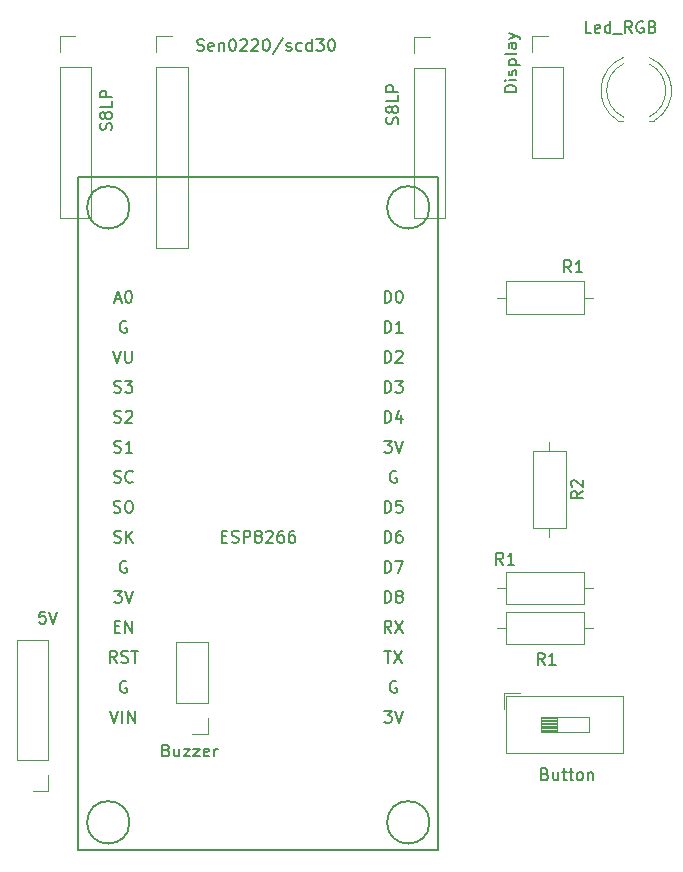
<source format=gbr>
%TF.GenerationSoftware,KiCad,Pcbnew,(5.1.10)-1*%
%TF.CreationDate,2021-10-11T23:46:52-05:00*%
%TF.ProjectId,co2_project,636f325f-7072-46f6-9a65-63742e6b6963,rev?*%
%TF.SameCoordinates,Original*%
%TF.FileFunction,Legend,Top*%
%TF.FilePolarity,Positive*%
%FSLAX46Y46*%
G04 Gerber Fmt 4.6, Leading zero omitted, Abs format (unit mm)*
G04 Created by KiCad (PCBNEW (5.1.10)-1) date 2021-10-11 23:46:52*
%MOMM*%
%LPD*%
G01*
G04 APERTURE LIST*
%ADD10C,0.120000*%
%ADD11C,0.150000*%
G04 APERTURE END LIST*
D10*
%TO.C,S8LP*%
X139770000Y-83380000D02*
X142430000Y-83380000D01*
X139770000Y-70620000D02*
X139770000Y-83380000D01*
X142430000Y-70620000D02*
X142430000Y-83380000D01*
X139770000Y-70620000D02*
X142430000Y-70620000D01*
X139770000Y-69350000D02*
X139770000Y-68020000D01*
X139770000Y-68020000D02*
X141100000Y-68020000D01*
%TO.C,Sen0220/scd30*%
X117970000Y-85870000D02*
X120630000Y-85870000D01*
X117970000Y-70570000D02*
X117970000Y-85870000D01*
X120630000Y-70570000D02*
X120630000Y-85870000D01*
X117970000Y-70570000D02*
X120630000Y-70570000D01*
X117970000Y-69300000D02*
X117970000Y-67970000D01*
X117970000Y-67970000D02*
X119300000Y-67970000D01*
%TO.C,S8LP*%
X109770000Y-67970000D02*
X111100000Y-67970000D01*
X109770000Y-69300000D02*
X109770000Y-67970000D01*
X109770000Y-70570000D02*
X112430000Y-70570000D01*
X112430000Y-70570000D02*
X112430000Y-83330000D01*
X109770000Y-70570000D02*
X109770000Y-83330000D01*
X109770000Y-83330000D02*
X112430000Y-83330000D01*
%TO.C,5V*%
X108830000Y-131880000D02*
X107500000Y-131880000D01*
X108830000Y-130550000D02*
X108830000Y-131880000D01*
X108830000Y-129280000D02*
X106170000Y-129280000D01*
X106170000Y-129280000D02*
X106170000Y-119060000D01*
X108830000Y-129280000D02*
X108830000Y-119060000D01*
X108830000Y-119060000D02*
X106170000Y-119060000D01*
%TO.C,Led_RGB*%
X159680000Y-75121500D02*
X160145000Y-75121500D01*
X157055000Y-75121500D02*
X157520000Y-75121500D01*
X157519173Y-69773685D02*
G75*
G03*
X157055170Y-75121500I1080827J-2787815D01*
G01*
X159680827Y-69773685D02*
G75*
G02*
X160144830Y-75121500I-1080827J-2787815D01*
G01*
X157519571Y-70307021D02*
G75*
G03*
X157520000Y-74816184I1080429J-2254479D01*
G01*
X159680429Y-70307021D02*
G75*
G02*
X159680000Y-74816184I-1080429J-2254479D01*
G01*
%TO.C,R1*%
X154920000Y-118100000D02*
X154150000Y-118100000D01*
X146840000Y-118100000D02*
X147610000Y-118100000D01*
X154150000Y-116730000D02*
X147610000Y-116730000D01*
X154150000Y-119470000D02*
X154150000Y-116730000D01*
X147610000Y-119470000D02*
X154150000Y-119470000D01*
X147610000Y-116730000D02*
X147610000Y-119470000D01*
X147610000Y-113330000D02*
X147610000Y-116070000D01*
X147610000Y-116070000D02*
X154150000Y-116070000D01*
X154150000Y-116070000D02*
X154150000Y-113330000D01*
X154150000Y-113330000D02*
X147610000Y-113330000D01*
X146840000Y-114700000D02*
X147610000Y-114700000D01*
X154920000Y-114700000D02*
X154150000Y-114700000D01*
X154920000Y-90100000D02*
X154150000Y-90100000D01*
X146840000Y-90100000D02*
X147610000Y-90100000D01*
X154150000Y-88730000D02*
X147610000Y-88730000D01*
X154150000Y-91470000D02*
X154150000Y-88730000D01*
X147610000Y-91470000D02*
X154150000Y-91470000D01*
X147610000Y-88730000D02*
X147610000Y-91470000D01*
%TO.C,R2*%
X152620000Y-103060000D02*
X149880000Y-103060000D01*
X149880000Y-103060000D02*
X149880000Y-109600000D01*
X149880000Y-109600000D02*
X152620000Y-109600000D01*
X152620000Y-109600000D02*
X152620000Y-103060000D01*
X151250000Y-102290000D02*
X151250000Y-103060000D01*
X151250000Y-110370000D02*
X151250000Y-109600000D01*
%TO.C,Button*%
X151883333Y-125615000D02*
X151883333Y-126885000D01*
X150530000Y-126815000D02*
X151883333Y-126815000D01*
X150530000Y-126695000D02*
X151883333Y-126695000D01*
X150530000Y-126575000D02*
X151883333Y-126575000D01*
X150530000Y-126455000D02*
X151883333Y-126455000D01*
X150530000Y-126335000D02*
X151883333Y-126335000D01*
X150530000Y-126215000D02*
X151883333Y-126215000D01*
X150530000Y-126095000D02*
X151883333Y-126095000D01*
X150530000Y-125975000D02*
X151883333Y-125975000D01*
X150530000Y-125855000D02*
X151883333Y-125855000D01*
X150530000Y-125735000D02*
X151883333Y-125735000D01*
X154590000Y-125615000D02*
X150530000Y-125615000D01*
X154590000Y-126885000D02*
X154590000Y-125615000D01*
X150530000Y-126885000D02*
X154590000Y-126885000D01*
X150530000Y-125615000D02*
X150530000Y-126885000D01*
X147370000Y-123590000D02*
X147370000Y-124973000D01*
X147370000Y-123590000D02*
X148754000Y-123590000D01*
X157510000Y-123830000D02*
X157510000Y-128670000D01*
X147610000Y-123830000D02*
X147610000Y-128670000D01*
X147610000Y-128670000D02*
X157510000Y-128670000D01*
X147610000Y-123830000D02*
X157510000Y-123830000D01*
%TO.C,Buzzer*%
X122330000Y-127030000D02*
X121000000Y-127030000D01*
X122330000Y-125700000D02*
X122330000Y-127030000D01*
X122330000Y-124430000D02*
X119670000Y-124430000D01*
X119670000Y-124430000D02*
X119670000Y-119290000D01*
X122330000Y-124430000D02*
X122330000Y-119290000D01*
X122330000Y-119290000D02*
X119670000Y-119290000D01*
D11*
%TO.C,ESP8266*%
X141850000Y-136900000D02*
X141850000Y-79900000D01*
X111350000Y-136900000D02*
X141850000Y-136900000D01*
X111350000Y-79900000D02*
X111350000Y-136900000D01*
X111850000Y-79900000D02*
X111350000Y-79900000D01*
X141850000Y-79900000D02*
X111850000Y-79900000D01*
X141096051Y-82460000D02*
G75*
G03*
X141096051Y-82460000I-1796051J0D01*
G01*
X115696051Y-82460000D02*
G75*
G03*
X115696051Y-82460000I-1796051J0D01*
G01*
X115696051Y-134530000D02*
G75*
G03*
X115696051Y-134530000I-1796051J0D01*
G01*
X141096051Y-134530000D02*
G75*
G03*
X141096051Y-134530000I-1796051J0D01*
G01*
D10*
%TO.C,Display*%
X149770000Y-67970000D02*
X151100000Y-67970000D01*
X149770000Y-69300000D02*
X149770000Y-67970000D01*
X149770000Y-70570000D02*
X152430000Y-70570000D01*
X152430000Y-70570000D02*
X152430000Y-78250000D01*
X149770000Y-70570000D02*
X149770000Y-78250000D01*
X149770000Y-78250000D02*
X152430000Y-78250000D01*
%TO.C,S8LP*%
D11*
X138404761Y-75416666D02*
X138452380Y-75273809D01*
X138452380Y-75035714D01*
X138404761Y-74940476D01*
X138357142Y-74892857D01*
X138261904Y-74845238D01*
X138166666Y-74845238D01*
X138071428Y-74892857D01*
X138023809Y-74940476D01*
X137976190Y-75035714D01*
X137928571Y-75226190D01*
X137880952Y-75321428D01*
X137833333Y-75369047D01*
X137738095Y-75416666D01*
X137642857Y-75416666D01*
X137547619Y-75369047D01*
X137500000Y-75321428D01*
X137452380Y-75226190D01*
X137452380Y-74988095D01*
X137500000Y-74845238D01*
X137880952Y-74273809D02*
X137833333Y-74369047D01*
X137785714Y-74416666D01*
X137690476Y-74464285D01*
X137642857Y-74464285D01*
X137547619Y-74416666D01*
X137500000Y-74369047D01*
X137452380Y-74273809D01*
X137452380Y-74083333D01*
X137500000Y-73988095D01*
X137547619Y-73940476D01*
X137642857Y-73892857D01*
X137690476Y-73892857D01*
X137785714Y-73940476D01*
X137833333Y-73988095D01*
X137880952Y-74083333D01*
X137880952Y-74273809D01*
X137928571Y-74369047D01*
X137976190Y-74416666D01*
X138071428Y-74464285D01*
X138261904Y-74464285D01*
X138357142Y-74416666D01*
X138404761Y-74369047D01*
X138452380Y-74273809D01*
X138452380Y-74083333D01*
X138404761Y-73988095D01*
X138357142Y-73940476D01*
X138261904Y-73892857D01*
X138071428Y-73892857D01*
X137976190Y-73940476D01*
X137928571Y-73988095D01*
X137880952Y-74083333D01*
X138452380Y-72988095D02*
X138452380Y-73464285D01*
X137452380Y-73464285D01*
X138452380Y-72654761D02*
X137452380Y-72654761D01*
X137452380Y-72273809D01*
X137500000Y-72178571D01*
X137547619Y-72130952D01*
X137642857Y-72083333D01*
X137785714Y-72083333D01*
X137880952Y-72130952D01*
X137928571Y-72178571D01*
X137976190Y-72273809D01*
X137976190Y-72654761D01*
%TO.C,Sen0220/scd30*%
X121416666Y-69154761D02*
X121559523Y-69202380D01*
X121797619Y-69202380D01*
X121892857Y-69154761D01*
X121940476Y-69107142D01*
X121988095Y-69011904D01*
X121988095Y-68916666D01*
X121940476Y-68821428D01*
X121892857Y-68773809D01*
X121797619Y-68726190D01*
X121607142Y-68678571D01*
X121511904Y-68630952D01*
X121464285Y-68583333D01*
X121416666Y-68488095D01*
X121416666Y-68392857D01*
X121464285Y-68297619D01*
X121511904Y-68250000D01*
X121607142Y-68202380D01*
X121845238Y-68202380D01*
X121988095Y-68250000D01*
X122797619Y-69154761D02*
X122702380Y-69202380D01*
X122511904Y-69202380D01*
X122416666Y-69154761D01*
X122369047Y-69059523D01*
X122369047Y-68678571D01*
X122416666Y-68583333D01*
X122511904Y-68535714D01*
X122702380Y-68535714D01*
X122797619Y-68583333D01*
X122845238Y-68678571D01*
X122845238Y-68773809D01*
X122369047Y-68869047D01*
X123273809Y-68535714D02*
X123273809Y-69202380D01*
X123273809Y-68630952D02*
X123321428Y-68583333D01*
X123416666Y-68535714D01*
X123559523Y-68535714D01*
X123654761Y-68583333D01*
X123702380Y-68678571D01*
X123702380Y-69202380D01*
X124369047Y-68202380D02*
X124464285Y-68202380D01*
X124559523Y-68250000D01*
X124607142Y-68297619D01*
X124654761Y-68392857D01*
X124702380Y-68583333D01*
X124702380Y-68821428D01*
X124654761Y-69011904D01*
X124607142Y-69107142D01*
X124559523Y-69154761D01*
X124464285Y-69202380D01*
X124369047Y-69202380D01*
X124273809Y-69154761D01*
X124226190Y-69107142D01*
X124178571Y-69011904D01*
X124130952Y-68821428D01*
X124130952Y-68583333D01*
X124178571Y-68392857D01*
X124226190Y-68297619D01*
X124273809Y-68250000D01*
X124369047Y-68202380D01*
X125083333Y-68297619D02*
X125130952Y-68250000D01*
X125226190Y-68202380D01*
X125464285Y-68202380D01*
X125559523Y-68250000D01*
X125607142Y-68297619D01*
X125654761Y-68392857D01*
X125654761Y-68488095D01*
X125607142Y-68630952D01*
X125035714Y-69202380D01*
X125654761Y-69202380D01*
X126035714Y-68297619D02*
X126083333Y-68250000D01*
X126178571Y-68202380D01*
X126416666Y-68202380D01*
X126511904Y-68250000D01*
X126559523Y-68297619D01*
X126607142Y-68392857D01*
X126607142Y-68488095D01*
X126559523Y-68630952D01*
X125988095Y-69202380D01*
X126607142Y-69202380D01*
X127226190Y-68202380D02*
X127321428Y-68202380D01*
X127416666Y-68250000D01*
X127464285Y-68297619D01*
X127511904Y-68392857D01*
X127559523Y-68583333D01*
X127559523Y-68821428D01*
X127511904Y-69011904D01*
X127464285Y-69107142D01*
X127416666Y-69154761D01*
X127321428Y-69202380D01*
X127226190Y-69202380D01*
X127130952Y-69154761D01*
X127083333Y-69107142D01*
X127035714Y-69011904D01*
X126988095Y-68821428D01*
X126988095Y-68583333D01*
X127035714Y-68392857D01*
X127083333Y-68297619D01*
X127130952Y-68250000D01*
X127226190Y-68202380D01*
X128702380Y-68154761D02*
X127845238Y-69440476D01*
X128988095Y-69154761D02*
X129083333Y-69202380D01*
X129273809Y-69202380D01*
X129369047Y-69154761D01*
X129416666Y-69059523D01*
X129416666Y-69011904D01*
X129369047Y-68916666D01*
X129273809Y-68869047D01*
X129130952Y-68869047D01*
X129035714Y-68821428D01*
X128988095Y-68726190D01*
X128988095Y-68678571D01*
X129035714Y-68583333D01*
X129130952Y-68535714D01*
X129273809Y-68535714D01*
X129369047Y-68583333D01*
X130273809Y-69154761D02*
X130178571Y-69202380D01*
X129988095Y-69202380D01*
X129892857Y-69154761D01*
X129845238Y-69107142D01*
X129797619Y-69011904D01*
X129797619Y-68726190D01*
X129845238Y-68630952D01*
X129892857Y-68583333D01*
X129988095Y-68535714D01*
X130178571Y-68535714D01*
X130273809Y-68583333D01*
X131130952Y-69202380D02*
X131130952Y-68202380D01*
X131130952Y-69154761D02*
X131035714Y-69202380D01*
X130845238Y-69202380D01*
X130750000Y-69154761D01*
X130702380Y-69107142D01*
X130654761Y-69011904D01*
X130654761Y-68726190D01*
X130702380Y-68630952D01*
X130750000Y-68583333D01*
X130845238Y-68535714D01*
X131035714Y-68535714D01*
X131130952Y-68583333D01*
X131511904Y-68202380D02*
X132130952Y-68202380D01*
X131797619Y-68583333D01*
X131940476Y-68583333D01*
X132035714Y-68630952D01*
X132083333Y-68678571D01*
X132130952Y-68773809D01*
X132130952Y-69011904D01*
X132083333Y-69107142D01*
X132035714Y-69154761D01*
X131940476Y-69202380D01*
X131654761Y-69202380D01*
X131559523Y-69154761D01*
X131511904Y-69107142D01*
X132750000Y-68202380D02*
X132845238Y-68202380D01*
X132940476Y-68250000D01*
X132988095Y-68297619D01*
X133035714Y-68392857D01*
X133083333Y-68583333D01*
X133083333Y-68821428D01*
X133035714Y-69011904D01*
X132988095Y-69107142D01*
X132940476Y-69154761D01*
X132845238Y-69202380D01*
X132750000Y-69202380D01*
X132654761Y-69154761D01*
X132607142Y-69107142D01*
X132559523Y-69011904D01*
X132511904Y-68821428D01*
X132511904Y-68583333D01*
X132559523Y-68392857D01*
X132607142Y-68297619D01*
X132654761Y-68250000D01*
X132750000Y-68202380D01*
%TO.C,S8LP*%
X114154761Y-75916666D02*
X114202380Y-75773809D01*
X114202380Y-75535714D01*
X114154761Y-75440476D01*
X114107142Y-75392857D01*
X114011904Y-75345238D01*
X113916666Y-75345238D01*
X113821428Y-75392857D01*
X113773809Y-75440476D01*
X113726190Y-75535714D01*
X113678571Y-75726190D01*
X113630952Y-75821428D01*
X113583333Y-75869047D01*
X113488095Y-75916666D01*
X113392857Y-75916666D01*
X113297619Y-75869047D01*
X113250000Y-75821428D01*
X113202380Y-75726190D01*
X113202380Y-75488095D01*
X113250000Y-75345238D01*
X113630952Y-74773809D02*
X113583333Y-74869047D01*
X113535714Y-74916666D01*
X113440476Y-74964285D01*
X113392857Y-74964285D01*
X113297619Y-74916666D01*
X113250000Y-74869047D01*
X113202380Y-74773809D01*
X113202380Y-74583333D01*
X113250000Y-74488095D01*
X113297619Y-74440476D01*
X113392857Y-74392857D01*
X113440476Y-74392857D01*
X113535714Y-74440476D01*
X113583333Y-74488095D01*
X113630952Y-74583333D01*
X113630952Y-74773809D01*
X113678571Y-74869047D01*
X113726190Y-74916666D01*
X113821428Y-74964285D01*
X114011904Y-74964285D01*
X114107142Y-74916666D01*
X114154761Y-74869047D01*
X114202380Y-74773809D01*
X114202380Y-74583333D01*
X114154761Y-74488095D01*
X114107142Y-74440476D01*
X114011904Y-74392857D01*
X113821428Y-74392857D01*
X113726190Y-74440476D01*
X113678571Y-74488095D01*
X113630952Y-74583333D01*
X114202380Y-73488095D02*
X114202380Y-73964285D01*
X113202380Y-73964285D01*
X114202380Y-73154761D02*
X113202380Y-73154761D01*
X113202380Y-72773809D01*
X113250000Y-72678571D01*
X113297619Y-72630952D01*
X113392857Y-72583333D01*
X113535714Y-72583333D01*
X113630952Y-72630952D01*
X113678571Y-72678571D01*
X113726190Y-72773809D01*
X113726190Y-73154761D01*
%TO.C,5V*%
X108559523Y-116702380D02*
X108083333Y-116702380D01*
X108035714Y-117178571D01*
X108083333Y-117130952D01*
X108178571Y-117083333D01*
X108416666Y-117083333D01*
X108511904Y-117130952D01*
X108559523Y-117178571D01*
X108607142Y-117273809D01*
X108607142Y-117511904D01*
X108559523Y-117607142D01*
X108511904Y-117654761D01*
X108416666Y-117702380D01*
X108178571Y-117702380D01*
X108083333Y-117654761D01*
X108035714Y-117607142D01*
X108892857Y-116702380D02*
X109226190Y-117702380D01*
X109559523Y-116702380D01*
%TO.C,*%
%TO.C,Led_RGB*%
X154797619Y-67702380D02*
X154321428Y-67702380D01*
X154321428Y-66702380D01*
X155511904Y-67654761D02*
X155416666Y-67702380D01*
X155226190Y-67702380D01*
X155130952Y-67654761D01*
X155083333Y-67559523D01*
X155083333Y-67178571D01*
X155130952Y-67083333D01*
X155226190Y-67035714D01*
X155416666Y-67035714D01*
X155511904Y-67083333D01*
X155559523Y-67178571D01*
X155559523Y-67273809D01*
X155083333Y-67369047D01*
X156416666Y-67702380D02*
X156416666Y-66702380D01*
X156416666Y-67654761D02*
X156321428Y-67702380D01*
X156130952Y-67702380D01*
X156035714Y-67654761D01*
X155988095Y-67607142D01*
X155940476Y-67511904D01*
X155940476Y-67226190D01*
X155988095Y-67130952D01*
X156035714Y-67083333D01*
X156130952Y-67035714D01*
X156321428Y-67035714D01*
X156416666Y-67083333D01*
X156654761Y-67797619D02*
X157416666Y-67797619D01*
X158226190Y-67702380D02*
X157892857Y-67226190D01*
X157654761Y-67702380D02*
X157654761Y-66702380D01*
X158035714Y-66702380D01*
X158130952Y-66750000D01*
X158178571Y-66797619D01*
X158226190Y-66892857D01*
X158226190Y-67035714D01*
X158178571Y-67130952D01*
X158130952Y-67178571D01*
X158035714Y-67226190D01*
X157654761Y-67226190D01*
X159178571Y-66750000D02*
X159083333Y-66702380D01*
X158940476Y-66702380D01*
X158797619Y-66750000D01*
X158702380Y-66845238D01*
X158654761Y-66940476D01*
X158607142Y-67130952D01*
X158607142Y-67273809D01*
X158654761Y-67464285D01*
X158702380Y-67559523D01*
X158797619Y-67654761D01*
X158940476Y-67702380D01*
X159035714Y-67702380D01*
X159178571Y-67654761D01*
X159226190Y-67607142D01*
X159226190Y-67273809D01*
X159035714Y-67273809D01*
X159988095Y-67178571D02*
X160130952Y-67226190D01*
X160178571Y-67273809D01*
X160226190Y-67369047D01*
X160226190Y-67511904D01*
X160178571Y-67607142D01*
X160130952Y-67654761D01*
X160035714Y-67702380D01*
X159654761Y-67702380D01*
X159654761Y-66702380D01*
X159988095Y-66702380D01*
X160083333Y-66750000D01*
X160130952Y-66797619D01*
X160178571Y-66892857D01*
X160178571Y-66988095D01*
X160130952Y-67083333D01*
X160083333Y-67130952D01*
X159988095Y-67178571D01*
X159654761Y-67178571D01*
%TO.C,R1*%
X150833333Y-121202380D02*
X150500000Y-120726190D01*
X150261904Y-121202380D02*
X150261904Y-120202380D01*
X150642857Y-120202380D01*
X150738095Y-120250000D01*
X150785714Y-120297619D01*
X150833333Y-120392857D01*
X150833333Y-120535714D01*
X150785714Y-120630952D01*
X150738095Y-120678571D01*
X150642857Y-120726190D01*
X150261904Y-120726190D01*
X151785714Y-121202380D02*
X151214285Y-121202380D01*
X151500000Y-121202380D02*
X151500000Y-120202380D01*
X151404761Y-120345238D01*
X151309523Y-120440476D01*
X151214285Y-120488095D01*
X147333333Y-112702380D02*
X147000000Y-112226190D01*
X146761904Y-112702380D02*
X146761904Y-111702380D01*
X147142857Y-111702380D01*
X147238095Y-111750000D01*
X147285714Y-111797619D01*
X147333333Y-111892857D01*
X147333333Y-112035714D01*
X147285714Y-112130952D01*
X147238095Y-112178571D01*
X147142857Y-112226190D01*
X146761904Y-112226190D01*
X148285714Y-112702380D02*
X147714285Y-112702380D01*
X148000000Y-112702380D02*
X148000000Y-111702380D01*
X147904761Y-111845238D01*
X147809523Y-111940476D01*
X147714285Y-111988095D01*
X153083333Y-87952380D02*
X152750000Y-87476190D01*
X152511904Y-87952380D02*
X152511904Y-86952380D01*
X152892857Y-86952380D01*
X152988095Y-87000000D01*
X153035714Y-87047619D01*
X153083333Y-87142857D01*
X153083333Y-87285714D01*
X153035714Y-87380952D01*
X152988095Y-87428571D01*
X152892857Y-87476190D01*
X152511904Y-87476190D01*
X154035714Y-87952380D02*
X153464285Y-87952380D01*
X153750000Y-87952380D02*
X153750000Y-86952380D01*
X153654761Y-87095238D01*
X153559523Y-87190476D01*
X153464285Y-87238095D01*
%TO.C,R2*%
X154072380Y-106496666D02*
X153596190Y-106830000D01*
X154072380Y-107068095D02*
X153072380Y-107068095D01*
X153072380Y-106687142D01*
X153120000Y-106591904D01*
X153167619Y-106544285D01*
X153262857Y-106496666D01*
X153405714Y-106496666D01*
X153500952Y-106544285D01*
X153548571Y-106591904D01*
X153596190Y-106687142D01*
X153596190Y-107068095D01*
X153167619Y-106115714D02*
X153120000Y-106068095D01*
X153072380Y-105972857D01*
X153072380Y-105734761D01*
X153120000Y-105639523D01*
X153167619Y-105591904D01*
X153262857Y-105544285D01*
X153358095Y-105544285D01*
X153500952Y-105591904D01*
X154072380Y-106163333D01*
X154072380Y-105544285D01*
%TO.C,Button*%
X150892857Y-130428571D02*
X151035714Y-130476190D01*
X151083333Y-130523809D01*
X151130952Y-130619047D01*
X151130952Y-130761904D01*
X151083333Y-130857142D01*
X151035714Y-130904761D01*
X150940476Y-130952380D01*
X150559523Y-130952380D01*
X150559523Y-129952380D01*
X150892857Y-129952380D01*
X150988095Y-130000000D01*
X151035714Y-130047619D01*
X151083333Y-130142857D01*
X151083333Y-130238095D01*
X151035714Y-130333333D01*
X150988095Y-130380952D01*
X150892857Y-130428571D01*
X150559523Y-130428571D01*
X151988095Y-130285714D02*
X151988095Y-130952380D01*
X151559523Y-130285714D02*
X151559523Y-130809523D01*
X151607142Y-130904761D01*
X151702380Y-130952380D01*
X151845238Y-130952380D01*
X151940476Y-130904761D01*
X151988095Y-130857142D01*
X152321428Y-130285714D02*
X152702380Y-130285714D01*
X152464285Y-129952380D02*
X152464285Y-130809523D01*
X152511904Y-130904761D01*
X152607142Y-130952380D01*
X152702380Y-130952380D01*
X152892857Y-130285714D02*
X153273809Y-130285714D01*
X153035714Y-129952380D02*
X153035714Y-130809523D01*
X153083333Y-130904761D01*
X153178571Y-130952380D01*
X153273809Y-130952380D01*
X153750000Y-130952380D02*
X153654761Y-130904761D01*
X153607142Y-130857142D01*
X153559523Y-130761904D01*
X153559523Y-130476190D01*
X153607142Y-130380952D01*
X153654761Y-130333333D01*
X153750000Y-130285714D01*
X153892857Y-130285714D01*
X153988095Y-130333333D01*
X154035714Y-130380952D01*
X154083333Y-130476190D01*
X154083333Y-130761904D01*
X154035714Y-130857142D01*
X153988095Y-130904761D01*
X153892857Y-130952380D01*
X153750000Y-130952380D01*
X154511904Y-130285714D02*
X154511904Y-130952380D01*
X154511904Y-130380952D02*
X154559523Y-130333333D01*
X154654761Y-130285714D01*
X154797619Y-130285714D01*
X154892857Y-130333333D01*
X154940476Y-130428571D01*
X154940476Y-130952380D01*
%TO.C,Buzzer*%
X118821428Y-128428571D02*
X118964285Y-128476190D01*
X119011904Y-128523809D01*
X119059523Y-128619047D01*
X119059523Y-128761904D01*
X119011904Y-128857142D01*
X118964285Y-128904761D01*
X118869047Y-128952380D01*
X118488095Y-128952380D01*
X118488095Y-127952380D01*
X118821428Y-127952380D01*
X118916666Y-128000000D01*
X118964285Y-128047619D01*
X119011904Y-128142857D01*
X119011904Y-128238095D01*
X118964285Y-128333333D01*
X118916666Y-128380952D01*
X118821428Y-128428571D01*
X118488095Y-128428571D01*
X119916666Y-128285714D02*
X119916666Y-128952380D01*
X119488095Y-128285714D02*
X119488095Y-128809523D01*
X119535714Y-128904761D01*
X119630952Y-128952380D01*
X119773809Y-128952380D01*
X119869047Y-128904761D01*
X119916666Y-128857142D01*
X120297619Y-128285714D02*
X120821428Y-128285714D01*
X120297619Y-128952380D01*
X120821428Y-128952380D01*
X121107142Y-128285714D02*
X121630952Y-128285714D01*
X121107142Y-128952380D01*
X121630952Y-128952380D01*
X122392857Y-128904761D02*
X122297619Y-128952380D01*
X122107142Y-128952380D01*
X122011904Y-128904761D01*
X121964285Y-128809523D01*
X121964285Y-128428571D01*
X122011904Y-128333333D01*
X122107142Y-128285714D01*
X122297619Y-128285714D01*
X122392857Y-128333333D01*
X122440476Y-128428571D01*
X122440476Y-128523809D01*
X121964285Y-128619047D01*
X122869047Y-128952380D02*
X122869047Y-128285714D01*
X122869047Y-128476190D02*
X122916666Y-128380952D01*
X122964285Y-128333333D01*
X123059523Y-128285714D01*
X123154761Y-128285714D01*
%TO.C,ESP8266*%
X123504761Y-110328571D02*
X123838095Y-110328571D01*
X123980952Y-110852380D02*
X123504761Y-110852380D01*
X123504761Y-109852380D01*
X123980952Y-109852380D01*
X124361904Y-110804761D02*
X124504761Y-110852380D01*
X124742857Y-110852380D01*
X124838095Y-110804761D01*
X124885714Y-110757142D01*
X124933333Y-110661904D01*
X124933333Y-110566666D01*
X124885714Y-110471428D01*
X124838095Y-110423809D01*
X124742857Y-110376190D01*
X124552380Y-110328571D01*
X124457142Y-110280952D01*
X124409523Y-110233333D01*
X124361904Y-110138095D01*
X124361904Y-110042857D01*
X124409523Y-109947619D01*
X124457142Y-109900000D01*
X124552380Y-109852380D01*
X124790476Y-109852380D01*
X124933333Y-109900000D01*
X125361904Y-110852380D02*
X125361904Y-109852380D01*
X125742857Y-109852380D01*
X125838095Y-109900000D01*
X125885714Y-109947619D01*
X125933333Y-110042857D01*
X125933333Y-110185714D01*
X125885714Y-110280952D01*
X125838095Y-110328571D01*
X125742857Y-110376190D01*
X125361904Y-110376190D01*
X126504761Y-110280952D02*
X126409523Y-110233333D01*
X126361904Y-110185714D01*
X126314285Y-110090476D01*
X126314285Y-110042857D01*
X126361904Y-109947619D01*
X126409523Y-109900000D01*
X126504761Y-109852380D01*
X126695238Y-109852380D01*
X126790476Y-109900000D01*
X126838095Y-109947619D01*
X126885714Y-110042857D01*
X126885714Y-110090476D01*
X126838095Y-110185714D01*
X126790476Y-110233333D01*
X126695238Y-110280952D01*
X126504761Y-110280952D01*
X126409523Y-110328571D01*
X126361904Y-110376190D01*
X126314285Y-110471428D01*
X126314285Y-110661904D01*
X126361904Y-110757142D01*
X126409523Y-110804761D01*
X126504761Y-110852380D01*
X126695238Y-110852380D01*
X126790476Y-110804761D01*
X126838095Y-110757142D01*
X126885714Y-110661904D01*
X126885714Y-110471428D01*
X126838095Y-110376190D01*
X126790476Y-110328571D01*
X126695238Y-110280952D01*
X127266666Y-109947619D02*
X127314285Y-109900000D01*
X127409523Y-109852380D01*
X127647619Y-109852380D01*
X127742857Y-109900000D01*
X127790476Y-109947619D01*
X127838095Y-110042857D01*
X127838095Y-110138095D01*
X127790476Y-110280952D01*
X127219047Y-110852380D01*
X127838095Y-110852380D01*
X128695238Y-109852380D02*
X128504761Y-109852380D01*
X128409523Y-109900000D01*
X128361904Y-109947619D01*
X128266666Y-110090476D01*
X128219047Y-110280952D01*
X128219047Y-110661904D01*
X128266666Y-110757142D01*
X128314285Y-110804761D01*
X128409523Y-110852380D01*
X128600000Y-110852380D01*
X128695238Y-110804761D01*
X128742857Y-110757142D01*
X128790476Y-110661904D01*
X128790476Y-110423809D01*
X128742857Y-110328571D01*
X128695238Y-110280952D01*
X128600000Y-110233333D01*
X128409523Y-110233333D01*
X128314285Y-110280952D01*
X128266666Y-110328571D01*
X128219047Y-110423809D01*
X129647619Y-109852380D02*
X129457142Y-109852380D01*
X129361904Y-109900000D01*
X129314285Y-109947619D01*
X129219047Y-110090476D01*
X129171428Y-110280952D01*
X129171428Y-110661904D01*
X129219047Y-110757142D01*
X129266666Y-110804761D01*
X129361904Y-110852380D01*
X129552380Y-110852380D01*
X129647619Y-110804761D01*
X129695238Y-110757142D01*
X129742857Y-110661904D01*
X129742857Y-110423809D01*
X129695238Y-110328571D01*
X129647619Y-110280952D01*
X129552380Y-110233333D01*
X129361904Y-110233333D01*
X129266666Y-110280952D01*
X129219047Y-110328571D01*
X129171428Y-110423809D01*
X114074761Y-125092380D02*
X114408095Y-126092380D01*
X114741428Y-125092380D01*
X115074761Y-126092380D02*
X115074761Y-125092380D01*
X115550952Y-126092380D02*
X115550952Y-125092380D01*
X116122380Y-126092380D01*
X116122380Y-125092380D01*
X115431904Y-122600000D02*
X115336666Y-122552380D01*
X115193809Y-122552380D01*
X115050952Y-122600000D01*
X114955714Y-122695238D01*
X114908095Y-122790476D01*
X114860476Y-122980952D01*
X114860476Y-123123809D01*
X114908095Y-123314285D01*
X114955714Y-123409523D01*
X115050952Y-123504761D01*
X115193809Y-123552380D01*
X115289047Y-123552380D01*
X115431904Y-123504761D01*
X115479523Y-123457142D01*
X115479523Y-123123809D01*
X115289047Y-123123809D01*
X114622380Y-121012380D02*
X114289047Y-120536190D01*
X114050952Y-121012380D02*
X114050952Y-120012380D01*
X114431904Y-120012380D01*
X114527142Y-120060000D01*
X114574761Y-120107619D01*
X114622380Y-120202857D01*
X114622380Y-120345714D01*
X114574761Y-120440952D01*
X114527142Y-120488571D01*
X114431904Y-120536190D01*
X114050952Y-120536190D01*
X115003333Y-120964761D02*
X115146190Y-121012380D01*
X115384285Y-121012380D01*
X115479523Y-120964761D01*
X115527142Y-120917142D01*
X115574761Y-120821904D01*
X115574761Y-120726666D01*
X115527142Y-120631428D01*
X115479523Y-120583809D01*
X115384285Y-120536190D01*
X115193809Y-120488571D01*
X115098571Y-120440952D01*
X115050952Y-120393333D01*
X115003333Y-120298095D01*
X115003333Y-120202857D01*
X115050952Y-120107619D01*
X115098571Y-120060000D01*
X115193809Y-120012380D01*
X115431904Y-120012380D01*
X115574761Y-120060000D01*
X115860476Y-120012380D02*
X116431904Y-120012380D01*
X116146190Y-121012380D02*
X116146190Y-120012380D01*
X114431904Y-117948571D02*
X114765238Y-117948571D01*
X114908095Y-118472380D02*
X114431904Y-118472380D01*
X114431904Y-117472380D01*
X114908095Y-117472380D01*
X115336666Y-118472380D02*
X115336666Y-117472380D01*
X115908095Y-118472380D01*
X115908095Y-117472380D01*
X114408095Y-114932380D02*
X115027142Y-114932380D01*
X114693809Y-115313333D01*
X114836666Y-115313333D01*
X114931904Y-115360952D01*
X114979523Y-115408571D01*
X115027142Y-115503809D01*
X115027142Y-115741904D01*
X114979523Y-115837142D01*
X114931904Y-115884761D01*
X114836666Y-115932380D01*
X114550952Y-115932380D01*
X114455714Y-115884761D01*
X114408095Y-115837142D01*
X115312857Y-114932380D02*
X115646190Y-115932380D01*
X115979523Y-114932380D01*
X115431904Y-112440000D02*
X115336666Y-112392380D01*
X115193809Y-112392380D01*
X115050952Y-112440000D01*
X114955714Y-112535238D01*
X114908095Y-112630476D01*
X114860476Y-112820952D01*
X114860476Y-112963809D01*
X114908095Y-113154285D01*
X114955714Y-113249523D01*
X115050952Y-113344761D01*
X115193809Y-113392380D01*
X115289047Y-113392380D01*
X115431904Y-113344761D01*
X115479523Y-113297142D01*
X115479523Y-112963809D01*
X115289047Y-112963809D01*
X114384285Y-110804761D02*
X114527142Y-110852380D01*
X114765238Y-110852380D01*
X114860476Y-110804761D01*
X114908095Y-110757142D01*
X114955714Y-110661904D01*
X114955714Y-110566666D01*
X114908095Y-110471428D01*
X114860476Y-110423809D01*
X114765238Y-110376190D01*
X114574761Y-110328571D01*
X114479523Y-110280952D01*
X114431904Y-110233333D01*
X114384285Y-110138095D01*
X114384285Y-110042857D01*
X114431904Y-109947619D01*
X114479523Y-109900000D01*
X114574761Y-109852380D01*
X114812857Y-109852380D01*
X114955714Y-109900000D01*
X115384285Y-110852380D02*
X115384285Y-109852380D01*
X115955714Y-110852380D02*
X115527142Y-110280952D01*
X115955714Y-109852380D02*
X115384285Y-110423809D01*
X114360476Y-108264761D02*
X114503333Y-108312380D01*
X114741428Y-108312380D01*
X114836666Y-108264761D01*
X114884285Y-108217142D01*
X114931904Y-108121904D01*
X114931904Y-108026666D01*
X114884285Y-107931428D01*
X114836666Y-107883809D01*
X114741428Y-107836190D01*
X114550952Y-107788571D01*
X114455714Y-107740952D01*
X114408095Y-107693333D01*
X114360476Y-107598095D01*
X114360476Y-107502857D01*
X114408095Y-107407619D01*
X114455714Y-107360000D01*
X114550952Y-107312380D01*
X114789047Y-107312380D01*
X114931904Y-107360000D01*
X115550952Y-107312380D02*
X115741428Y-107312380D01*
X115836666Y-107360000D01*
X115931904Y-107455238D01*
X115979523Y-107645714D01*
X115979523Y-107979047D01*
X115931904Y-108169523D01*
X115836666Y-108264761D01*
X115741428Y-108312380D01*
X115550952Y-108312380D01*
X115455714Y-108264761D01*
X115360476Y-108169523D01*
X115312857Y-107979047D01*
X115312857Y-107645714D01*
X115360476Y-107455238D01*
X115455714Y-107360000D01*
X115550952Y-107312380D01*
X114384285Y-105724761D02*
X114527142Y-105772380D01*
X114765238Y-105772380D01*
X114860476Y-105724761D01*
X114908095Y-105677142D01*
X114955714Y-105581904D01*
X114955714Y-105486666D01*
X114908095Y-105391428D01*
X114860476Y-105343809D01*
X114765238Y-105296190D01*
X114574761Y-105248571D01*
X114479523Y-105200952D01*
X114431904Y-105153333D01*
X114384285Y-105058095D01*
X114384285Y-104962857D01*
X114431904Y-104867619D01*
X114479523Y-104820000D01*
X114574761Y-104772380D01*
X114812857Y-104772380D01*
X114955714Y-104820000D01*
X115955714Y-105677142D02*
X115908095Y-105724761D01*
X115765238Y-105772380D01*
X115670000Y-105772380D01*
X115527142Y-105724761D01*
X115431904Y-105629523D01*
X115384285Y-105534285D01*
X115336666Y-105343809D01*
X115336666Y-105200952D01*
X115384285Y-105010476D01*
X115431904Y-104915238D01*
X115527142Y-104820000D01*
X115670000Y-104772380D01*
X115765238Y-104772380D01*
X115908095Y-104820000D01*
X115955714Y-104867619D01*
X114408095Y-103184761D02*
X114550952Y-103232380D01*
X114789047Y-103232380D01*
X114884285Y-103184761D01*
X114931904Y-103137142D01*
X114979523Y-103041904D01*
X114979523Y-102946666D01*
X114931904Y-102851428D01*
X114884285Y-102803809D01*
X114789047Y-102756190D01*
X114598571Y-102708571D01*
X114503333Y-102660952D01*
X114455714Y-102613333D01*
X114408095Y-102518095D01*
X114408095Y-102422857D01*
X114455714Y-102327619D01*
X114503333Y-102280000D01*
X114598571Y-102232380D01*
X114836666Y-102232380D01*
X114979523Y-102280000D01*
X115931904Y-103232380D02*
X115360476Y-103232380D01*
X115646190Y-103232380D02*
X115646190Y-102232380D01*
X115550952Y-102375238D01*
X115455714Y-102470476D01*
X115360476Y-102518095D01*
X114408095Y-100644761D02*
X114550952Y-100692380D01*
X114789047Y-100692380D01*
X114884285Y-100644761D01*
X114931904Y-100597142D01*
X114979523Y-100501904D01*
X114979523Y-100406666D01*
X114931904Y-100311428D01*
X114884285Y-100263809D01*
X114789047Y-100216190D01*
X114598571Y-100168571D01*
X114503333Y-100120952D01*
X114455714Y-100073333D01*
X114408095Y-99978095D01*
X114408095Y-99882857D01*
X114455714Y-99787619D01*
X114503333Y-99740000D01*
X114598571Y-99692380D01*
X114836666Y-99692380D01*
X114979523Y-99740000D01*
X115360476Y-99787619D02*
X115408095Y-99740000D01*
X115503333Y-99692380D01*
X115741428Y-99692380D01*
X115836666Y-99740000D01*
X115884285Y-99787619D01*
X115931904Y-99882857D01*
X115931904Y-99978095D01*
X115884285Y-100120952D01*
X115312857Y-100692380D01*
X115931904Y-100692380D01*
X114408095Y-98104761D02*
X114550952Y-98152380D01*
X114789047Y-98152380D01*
X114884285Y-98104761D01*
X114931904Y-98057142D01*
X114979523Y-97961904D01*
X114979523Y-97866666D01*
X114931904Y-97771428D01*
X114884285Y-97723809D01*
X114789047Y-97676190D01*
X114598571Y-97628571D01*
X114503333Y-97580952D01*
X114455714Y-97533333D01*
X114408095Y-97438095D01*
X114408095Y-97342857D01*
X114455714Y-97247619D01*
X114503333Y-97200000D01*
X114598571Y-97152380D01*
X114836666Y-97152380D01*
X114979523Y-97200000D01*
X115312857Y-97152380D02*
X115931904Y-97152380D01*
X115598571Y-97533333D01*
X115741428Y-97533333D01*
X115836666Y-97580952D01*
X115884285Y-97628571D01*
X115931904Y-97723809D01*
X115931904Y-97961904D01*
X115884285Y-98057142D01*
X115836666Y-98104761D01*
X115741428Y-98152380D01*
X115455714Y-98152380D01*
X115360476Y-98104761D01*
X115312857Y-98057142D01*
X114312857Y-94612380D02*
X114646190Y-95612380D01*
X114979523Y-94612380D01*
X115312857Y-94612380D02*
X115312857Y-95421904D01*
X115360476Y-95517142D01*
X115408095Y-95564761D01*
X115503333Y-95612380D01*
X115693809Y-95612380D01*
X115789047Y-95564761D01*
X115836666Y-95517142D01*
X115884285Y-95421904D01*
X115884285Y-94612380D01*
X115431904Y-92120000D02*
X115336666Y-92072380D01*
X115193809Y-92072380D01*
X115050952Y-92120000D01*
X114955714Y-92215238D01*
X114908095Y-92310476D01*
X114860476Y-92500952D01*
X114860476Y-92643809D01*
X114908095Y-92834285D01*
X114955714Y-92929523D01*
X115050952Y-93024761D01*
X115193809Y-93072380D01*
X115289047Y-93072380D01*
X115431904Y-93024761D01*
X115479523Y-92977142D01*
X115479523Y-92643809D01*
X115289047Y-92643809D01*
X114455714Y-90246666D02*
X114931904Y-90246666D01*
X114360476Y-90532380D02*
X114693809Y-89532380D01*
X115027142Y-90532380D01*
X115550952Y-89532380D02*
X115646190Y-89532380D01*
X115741428Y-89580000D01*
X115789047Y-89627619D01*
X115836666Y-89722857D01*
X115884285Y-89913333D01*
X115884285Y-90151428D01*
X115836666Y-90341904D01*
X115789047Y-90437142D01*
X115741428Y-90484761D01*
X115646190Y-90532380D01*
X115550952Y-90532380D01*
X115455714Y-90484761D01*
X115408095Y-90437142D01*
X115360476Y-90341904D01*
X115312857Y-90151428D01*
X115312857Y-89913333D01*
X115360476Y-89722857D01*
X115408095Y-89627619D01*
X115455714Y-89580000D01*
X115550952Y-89532380D01*
X137268095Y-125092380D02*
X137887142Y-125092380D01*
X137553809Y-125473333D01*
X137696666Y-125473333D01*
X137791904Y-125520952D01*
X137839523Y-125568571D01*
X137887142Y-125663809D01*
X137887142Y-125901904D01*
X137839523Y-125997142D01*
X137791904Y-126044761D01*
X137696666Y-126092380D01*
X137410952Y-126092380D01*
X137315714Y-126044761D01*
X137268095Y-125997142D01*
X138172857Y-125092380D02*
X138506190Y-126092380D01*
X138839523Y-125092380D01*
X138291904Y-122600000D02*
X138196666Y-122552380D01*
X138053809Y-122552380D01*
X137910952Y-122600000D01*
X137815714Y-122695238D01*
X137768095Y-122790476D01*
X137720476Y-122980952D01*
X137720476Y-123123809D01*
X137768095Y-123314285D01*
X137815714Y-123409523D01*
X137910952Y-123504761D01*
X138053809Y-123552380D01*
X138149047Y-123552380D01*
X138291904Y-123504761D01*
X138339523Y-123457142D01*
X138339523Y-123123809D01*
X138149047Y-123123809D01*
X137268095Y-120012380D02*
X137839523Y-120012380D01*
X137553809Y-121012380D02*
X137553809Y-120012380D01*
X138077619Y-120012380D02*
X138744285Y-121012380D01*
X138744285Y-120012380D02*
X138077619Y-121012380D01*
X137863333Y-118472380D02*
X137530000Y-117996190D01*
X137291904Y-118472380D02*
X137291904Y-117472380D01*
X137672857Y-117472380D01*
X137768095Y-117520000D01*
X137815714Y-117567619D01*
X137863333Y-117662857D01*
X137863333Y-117805714D01*
X137815714Y-117900952D01*
X137768095Y-117948571D01*
X137672857Y-117996190D01*
X137291904Y-117996190D01*
X138196666Y-117472380D02*
X138863333Y-118472380D01*
X138863333Y-117472380D02*
X138196666Y-118472380D01*
X137291904Y-115932380D02*
X137291904Y-114932380D01*
X137530000Y-114932380D01*
X137672857Y-114980000D01*
X137768095Y-115075238D01*
X137815714Y-115170476D01*
X137863333Y-115360952D01*
X137863333Y-115503809D01*
X137815714Y-115694285D01*
X137768095Y-115789523D01*
X137672857Y-115884761D01*
X137530000Y-115932380D01*
X137291904Y-115932380D01*
X138434761Y-115360952D02*
X138339523Y-115313333D01*
X138291904Y-115265714D01*
X138244285Y-115170476D01*
X138244285Y-115122857D01*
X138291904Y-115027619D01*
X138339523Y-114980000D01*
X138434761Y-114932380D01*
X138625238Y-114932380D01*
X138720476Y-114980000D01*
X138768095Y-115027619D01*
X138815714Y-115122857D01*
X138815714Y-115170476D01*
X138768095Y-115265714D01*
X138720476Y-115313333D01*
X138625238Y-115360952D01*
X138434761Y-115360952D01*
X138339523Y-115408571D01*
X138291904Y-115456190D01*
X138244285Y-115551428D01*
X138244285Y-115741904D01*
X138291904Y-115837142D01*
X138339523Y-115884761D01*
X138434761Y-115932380D01*
X138625238Y-115932380D01*
X138720476Y-115884761D01*
X138768095Y-115837142D01*
X138815714Y-115741904D01*
X138815714Y-115551428D01*
X138768095Y-115456190D01*
X138720476Y-115408571D01*
X138625238Y-115360952D01*
X137291904Y-113392380D02*
X137291904Y-112392380D01*
X137530000Y-112392380D01*
X137672857Y-112440000D01*
X137768095Y-112535238D01*
X137815714Y-112630476D01*
X137863333Y-112820952D01*
X137863333Y-112963809D01*
X137815714Y-113154285D01*
X137768095Y-113249523D01*
X137672857Y-113344761D01*
X137530000Y-113392380D01*
X137291904Y-113392380D01*
X138196666Y-112392380D02*
X138863333Y-112392380D01*
X138434761Y-113392380D01*
X137291904Y-110852380D02*
X137291904Y-109852380D01*
X137530000Y-109852380D01*
X137672857Y-109900000D01*
X137768095Y-109995238D01*
X137815714Y-110090476D01*
X137863333Y-110280952D01*
X137863333Y-110423809D01*
X137815714Y-110614285D01*
X137768095Y-110709523D01*
X137672857Y-110804761D01*
X137530000Y-110852380D01*
X137291904Y-110852380D01*
X138720476Y-109852380D02*
X138530000Y-109852380D01*
X138434761Y-109900000D01*
X138387142Y-109947619D01*
X138291904Y-110090476D01*
X138244285Y-110280952D01*
X138244285Y-110661904D01*
X138291904Y-110757142D01*
X138339523Y-110804761D01*
X138434761Y-110852380D01*
X138625238Y-110852380D01*
X138720476Y-110804761D01*
X138768095Y-110757142D01*
X138815714Y-110661904D01*
X138815714Y-110423809D01*
X138768095Y-110328571D01*
X138720476Y-110280952D01*
X138625238Y-110233333D01*
X138434761Y-110233333D01*
X138339523Y-110280952D01*
X138291904Y-110328571D01*
X138244285Y-110423809D01*
X137291904Y-108312380D02*
X137291904Y-107312380D01*
X137530000Y-107312380D01*
X137672857Y-107360000D01*
X137768095Y-107455238D01*
X137815714Y-107550476D01*
X137863333Y-107740952D01*
X137863333Y-107883809D01*
X137815714Y-108074285D01*
X137768095Y-108169523D01*
X137672857Y-108264761D01*
X137530000Y-108312380D01*
X137291904Y-108312380D01*
X138768095Y-107312380D02*
X138291904Y-107312380D01*
X138244285Y-107788571D01*
X138291904Y-107740952D01*
X138387142Y-107693333D01*
X138625238Y-107693333D01*
X138720476Y-107740952D01*
X138768095Y-107788571D01*
X138815714Y-107883809D01*
X138815714Y-108121904D01*
X138768095Y-108217142D01*
X138720476Y-108264761D01*
X138625238Y-108312380D01*
X138387142Y-108312380D01*
X138291904Y-108264761D01*
X138244285Y-108217142D01*
X138291904Y-104820000D02*
X138196666Y-104772380D01*
X138053809Y-104772380D01*
X137910952Y-104820000D01*
X137815714Y-104915238D01*
X137768095Y-105010476D01*
X137720476Y-105200952D01*
X137720476Y-105343809D01*
X137768095Y-105534285D01*
X137815714Y-105629523D01*
X137910952Y-105724761D01*
X138053809Y-105772380D01*
X138149047Y-105772380D01*
X138291904Y-105724761D01*
X138339523Y-105677142D01*
X138339523Y-105343809D01*
X138149047Y-105343809D01*
X137268095Y-102232380D02*
X137887142Y-102232380D01*
X137553809Y-102613333D01*
X137696666Y-102613333D01*
X137791904Y-102660952D01*
X137839523Y-102708571D01*
X137887142Y-102803809D01*
X137887142Y-103041904D01*
X137839523Y-103137142D01*
X137791904Y-103184761D01*
X137696666Y-103232380D01*
X137410952Y-103232380D01*
X137315714Y-103184761D01*
X137268095Y-103137142D01*
X138172857Y-102232380D02*
X138506190Y-103232380D01*
X138839523Y-102232380D01*
X137291904Y-100692380D02*
X137291904Y-99692380D01*
X137530000Y-99692380D01*
X137672857Y-99740000D01*
X137768095Y-99835238D01*
X137815714Y-99930476D01*
X137863333Y-100120952D01*
X137863333Y-100263809D01*
X137815714Y-100454285D01*
X137768095Y-100549523D01*
X137672857Y-100644761D01*
X137530000Y-100692380D01*
X137291904Y-100692380D01*
X138720476Y-100025714D02*
X138720476Y-100692380D01*
X138482380Y-99644761D02*
X138244285Y-100359047D01*
X138863333Y-100359047D01*
X137291904Y-98152380D02*
X137291904Y-97152380D01*
X137530000Y-97152380D01*
X137672857Y-97200000D01*
X137768095Y-97295238D01*
X137815714Y-97390476D01*
X137863333Y-97580952D01*
X137863333Y-97723809D01*
X137815714Y-97914285D01*
X137768095Y-98009523D01*
X137672857Y-98104761D01*
X137530000Y-98152380D01*
X137291904Y-98152380D01*
X138196666Y-97152380D02*
X138815714Y-97152380D01*
X138482380Y-97533333D01*
X138625238Y-97533333D01*
X138720476Y-97580952D01*
X138768095Y-97628571D01*
X138815714Y-97723809D01*
X138815714Y-97961904D01*
X138768095Y-98057142D01*
X138720476Y-98104761D01*
X138625238Y-98152380D01*
X138339523Y-98152380D01*
X138244285Y-98104761D01*
X138196666Y-98057142D01*
X137291904Y-95612380D02*
X137291904Y-94612380D01*
X137530000Y-94612380D01*
X137672857Y-94660000D01*
X137768095Y-94755238D01*
X137815714Y-94850476D01*
X137863333Y-95040952D01*
X137863333Y-95183809D01*
X137815714Y-95374285D01*
X137768095Y-95469523D01*
X137672857Y-95564761D01*
X137530000Y-95612380D01*
X137291904Y-95612380D01*
X138244285Y-94707619D02*
X138291904Y-94660000D01*
X138387142Y-94612380D01*
X138625238Y-94612380D01*
X138720476Y-94660000D01*
X138768095Y-94707619D01*
X138815714Y-94802857D01*
X138815714Y-94898095D01*
X138768095Y-95040952D01*
X138196666Y-95612380D01*
X138815714Y-95612380D01*
X137291904Y-93072380D02*
X137291904Y-92072380D01*
X137530000Y-92072380D01*
X137672857Y-92120000D01*
X137768095Y-92215238D01*
X137815714Y-92310476D01*
X137863333Y-92500952D01*
X137863333Y-92643809D01*
X137815714Y-92834285D01*
X137768095Y-92929523D01*
X137672857Y-93024761D01*
X137530000Y-93072380D01*
X137291904Y-93072380D01*
X138815714Y-93072380D02*
X138244285Y-93072380D01*
X138530000Y-93072380D02*
X138530000Y-92072380D01*
X138434761Y-92215238D01*
X138339523Y-92310476D01*
X138244285Y-92358095D01*
X137291904Y-90532380D02*
X137291904Y-89532380D01*
X137530000Y-89532380D01*
X137672857Y-89580000D01*
X137768095Y-89675238D01*
X137815714Y-89770476D01*
X137863333Y-89960952D01*
X137863333Y-90103809D01*
X137815714Y-90294285D01*
X137768095Y-90389523D01*
X137672857Y-90484761D01*
X137530000Y-90532380D01*
X137291904Y-90532380D01*
X138482380Y-89532380D02*
X138577619Y-89532380D01*
X138672857Y-89580000D01*
X138720476Y-89627619D01*
X138768095Y-89722857D01*
X138815714Y-89913333D01*
X138815714Y-90151428D01*
X138768095Y-90341904D01*
X138720476Y-90437142D01*
X138672857Y-90484761D01*
X138577619Y-90532380D01*
X138482380Y-90532380D01*
X138387142Y-90484761D01*
X138339523Y-90437142D01*
X138291904Y-90341904D01*
X138244285Y-90151428D01*
X138244285Y-89913333D01*
X138291904Y-89722857D01*
X138339523Y-89627619D01*
X138387142Y-89580000D01*
X138482380Y-89532380D01*
%TO.C,Display*%
X148452380Y-72702380D02*
X147452380Y-72702380D01*
X147452380Y-72464285D01*
X147500000Y-72321428D01*
X147595238Y-72226190D01*
X147690476Y-72178571D01*
X147880952Y-72130952D01*
X148023809Y-72130952D01*
X148214285Y-72178571D01*
X148309523Y-72226190D01*
X148404761Y-72321428D01*
X148452380Y-72464285D01*
X148452380Y-72702380D01*
X148452380Y-71702380D02*
X147785714Y-71702380D01*
X147452380Y-71702380D02*
X147500000Y-71750000D01*
X147547619Y-71702380D01*
X147500000Y-71654761D01*
X147452380Y-71702380D01*
X147547619Y-71702380D01*
X148404761Y-71273809D02*
X148452380Y-71178571D01*
X148452380Y-70988095D01*
X148404761Y-70892857D01*
X148309523Y-70845238D01*
X148261904Y-70845238D01*
X148166666Y-70892857D01*
X148119047Y-70988095D01*
X148119047Y-71130952D01*
X148071428Y-71226190D01*
X147976190Y-71273809D01*
X147928571Y-71273809D01*
X147833333Y-71226190D01*
X147785714Y-71130952D01*
X147785714Y-70988095D01*
X147833333Y-70892857D01*
X147785714Y-70416666D02*
X148785714Y-70416666D01*
X147833333Y-70416666D02*
X147785714Y-70321428D01*
X147785714Y-70130952D01*
X147833333Y-70035714D01*
X147880952Y-69988095D01*
X147976190Y-69940476D01*
X148261904Y-69940476D01*
X148357142Y-69988095D01*
X148404761Y-70035714D01*
X148452380Y-70130952D01*
X148452380Y-70321428D01*
X148404761Y-70416666D01*
X148452380Y-69369047D02*
X148404761Y-69464285D01*
X148309523Y-69511904D01*
X147452380Y-69511904D01*
X148452380Y-68559523D02*
X147928571Y-68559523D01*
X147833333Y-68607142D01*
X147785714Y-68702380D01*
X147785714Y-68892857D01*
X147833333Y-68988095D01*
X148404761Y-68559523D02*
X148452380Y-68654761D01*
X148452380Y-68892857D01*
X148404761Y-68988095D01*
X148309523Y-69035714D01*
X148214285Y-69035714D01*
X148119047Y-68988095D01*
X148071428Y-68892857D01*
X148071428Y-68654761D01*
X148023809Y-68559523D01*
X147785714Y-68178571D02*
X148452380Y-67940476D01*
X147785714Y-67702380D02*
X148452380Y-67940476D01*
X148690476Y-68035714D01*
X148738095Y-68083333D01*
X148785714Y-68178571D01*
%TD*%
M02*

</source>
